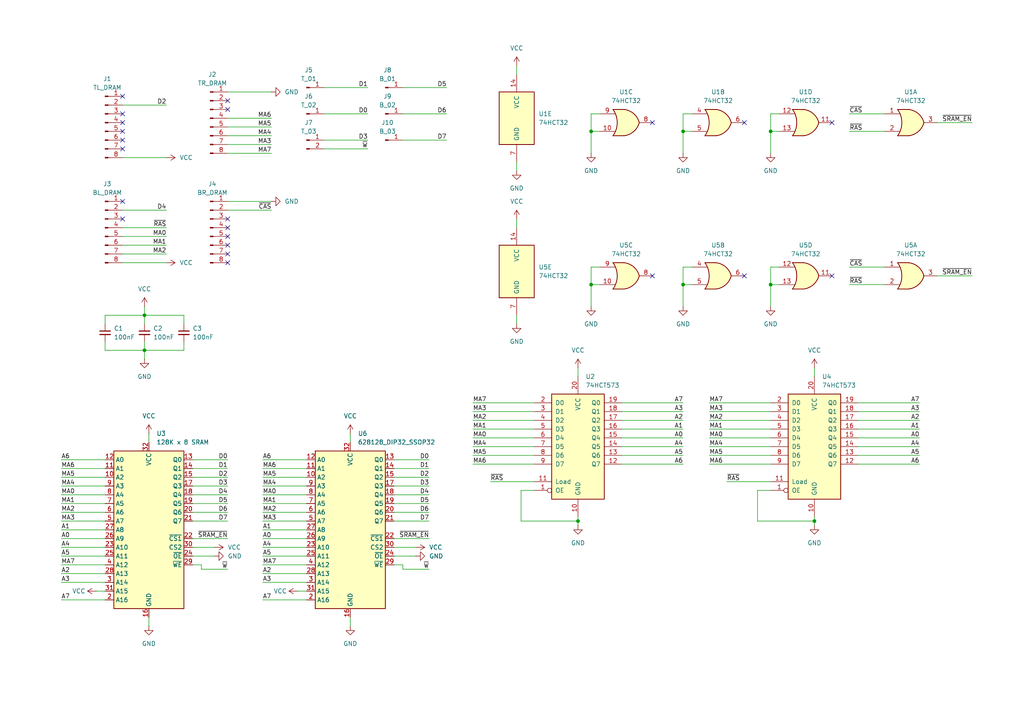
<source format=kicad_sch>
(kicad_sch (version 20231120) (generator "eeschema") (generator_version "8.0")
  (paper "A4")
  (lib_symbols
    (symbol "74xx:74LS32" (pin_names (offset 1.016))
      (property "Reference" "U" (at 0 1.27 0))
      (property "Value" "74LS32" (at 0 -1.27 0))
      (symbol "74LS32_1_1"
        (arc (start -3.81 -3.81) (mid -2.589 0) (end -3.81 3.81) (stroke (width 0.254)))
        (arc (start -0.6096 -3.81) (mid 2.1842 -2.5851) (end 3.81 0) (stroke (width 0.254)) (fill (type background)))
        (polyline (pts (xy -3.81 -3.81) (xy -0.635 -3.81)) (stroke (width 0.254)) (fill (type background)))
        (polyline (pts (xy -3.81 3.81) (xy -0.635 3.81)) (stroke (width 0.254)) (fill (type background)))
        (polyline (pts (xy -0.635 3.81) (xy -3.81 3.81) (xy -3.81 3.81) (xy -3.556 3.4036) (xy -3.0226 2.2606) (xy -2.6924 1.0414) (xy -2.6162 -0.254) (xy -2.7686 -1.4986) (xy -3.175 -2.7178) (xy -3.81 -3.81) (xy -3.81 -3.81) (xy -0.635 -3.81)) (stroke (width -25.4)) (fill (type background)))
        (arc (start 3.81 0) (mid 2.1915 2.5936) (end -0.6096 3.81) (stroke (width 0.254)) (fill (type background)))
        (pin input line (at -7.62 2.54 0) (length 4.318) (name "~") (number "1"))
        (pin input line (at -7.62 -2.54 0) (length 4.318) (name "~") (number "2"))
        (pin output line (at 7.62 0 180) (length 3.81) (name "~") (number "3"))
      )
      (symbol "74LS32_1_2"
        (arc (start 0 -3.81) (mid 3.7934 0) (end 0 3.81) (stroke (width 0.254)) (fill (type background)))
        (polyline (pts (xy 0 3.81) (xy -3.81 3.81) (xy -3.81 -3.81) (xy 0 -3.81)) (stroke (width 0.254)) (fill (type background)))
        (pin input inverted (at -7.62 2.54 0) (length 3.81) (name "~") (number "1"))
        (pin input inverted (at -7.62 -2.54 0) (length 3.81) (name "~") (number "2"))
        (pin output inverted (at 7.62 0 180) (length 3.81) (name "~") (number "3"))
      )
      (symbol "74LS32_2_1"
        (arc (start -3.81 -3.81) (mid -2.589 0) (end -3.81 3.81) (stroke (width 0.254)))
        (arc (start -0.6096 -3.81) (mid 2.1842 -2.5851) (end 3.81 0) (stroke (width 0.254)) (fill (type background)))
        (polyline (pts (xy -3.81 -3.81) (xy -0.635 -3.81)) (stroke (width 0.254)) (fill (type background)))
        (polyline (pts (xy -3.81 3.81) (xy -0.635 3.81)) (stroke (width 0.254)) (fill (type background)))
        (polyline (pts (xy -0.635 3.81) (xy -3.81 3.81) (xy -3.81 3.81) (xy -3.556 3.4036) (xy -3.0226 2.2606) (xy -2.6924 1.0414) (xy -2.6162 -0.254) (xy -2.7686 -1.4986) (xy -3.175 -2.7178) (xy -3.81 -3.81) (xy -3.81 -3.81) (xy -0.635 -3.81)) (stroke (width -25.4)) (fill (type background)))
        (arc (start 3.81 0) (mid 2.1915 2.5936) (end -0.6096 3.81) (stroke (width 0.254)) (fill (type background)))
        (pin input line (at -7.62 2.54 0) (length 4.318) (name "~") (number "4"))
        (pin input line (at -7.62 -2.54 0) (length 4.318) (name "~") (number "5"))
        (pin output line (at 7.62 0 180) (length 3.81) (name "~") (number "6"))
      )
      (symbol "74LS32_2_2"
        (arc (start 0 -3.81) (mid 3.7934 0) (end 0 3.81) (stroke (width 0.254)) (fill (type background)))
        (polyline (pts (xy 0 3.81) (xy -3.81 3.81) (xy -3.81 -3.81) (xy 0 -3.81)) (stroke (width 0.254)) (fill (type background)))
        (pin input inverted (at -7.62 2.54 0) (length 3.81) (name "~") (number "4"))
        (pin input inverted (at -7.62 -2.54 0) (length 3.81) (name "~") (number "5"))
        (pin output inverted (at 7.62 0 180) (length 3.81) (name "~") (number "6"))
      )
      (symbol "74LS32_3_1"
        (arc (start -3.81 -3.81) (mid -2.589 0) (end -3.81 3.81) (stroke (width 0.254)))
        (arc (start -0.6096 -3.81) (mid 2.1842 -2.5851) (end 3.81 0) (stroke (width 0.254)) (fill (type background)))
        (polyline (pts (xy -3.81 -3.81) (xy -0.635 -3.81)) (stroke (width 0.254)) (fill (type background)))
        (polyline (pts (xy -3.81 3.81) (xy -0.635 3.81)) (stroke (width 0.254)) (fill (type background)))
        (polyline (pts (xy -0.635 3.81) (xy -3.81 3.81) (xy -3.81 3.81) (xy -3.556 3.4036) (xy -3.0226 2.2606) (xy -2.6924 1.0414) (xy -2.6162 -0.254) (xy -2.7686 -1.4986) (xy -3.175 -2.7178) (xy -3.81 -3.81) (xy -3.81 -3.81) (xy -0.635 -3.81)) (stroke (width -25.4)) (fill (type background)))
        (arc (start 3.81 0) (mid 2.1915 2.5936) (end -0.6096 3.81) (stroke (width 0.254)) (fill (type background)))
        (pin input line (at -7.62 -2.54 0) (length 4.318) (name "~") (number "10"))
        (pin output line (at 7.62 0 180) (length 3.81) (name "~") (number "8"))
        (pin input line (at -7.62 2.54 0) (length 4.318) (name "~") (number "9"))
      )
      (symbol "74LS32_3_2"
        (arc (start 0 -3.81) (mid 3.7934 0) (end 0 3.81) (stroke (width 0.254)) (fill (type background)))
        (polyline (pts (xy 0 3.81) (xy -3.81 3.81) (xy -3.81 -3.81) (xy 0 -3.81)) (stroke (width 0.254)) (fill (type background)))
        (pin input inverted (at -7.62 -2.54 0) (length 3.81) (name "~") (number "10"))
        (pin output inverted (at 7.62 0 180) (length 3.81) (name "~") (number "8"))
        (pin input inverted (at -7.62 2.54 0) (length 3.81) (name "~") (number "9"))
      )
      (symbol "74LS32_4_1"
        (arc (start -3.81 -3.81) (mid -2.589 0) (end -3.81 3.81) (stroke (width 0.254)))
        (arc (start -0.6096 -3.81) (mid 2.1842 -2.5851) (end 3.81 0) (stroke (width 0.254)) (fill (type background)))
        (polyline (pts (xy -3.81 -3.81) (xy -0.635 -3.81)) (stroke (width 0.254)) (fill (type background)))
        (polyline (pts (xy -3.81 3.81) (xy -0.635 3.81)) (stroke (width 0.254)) (fill (type background)))
        (polyline (pts (xy -0.635 3.81) (xy -3.81 3.81) (xy -3.81 3.81) (xy -3.556 3.4036) (xy -3.0226 2.2606) (xy -2.6924 1.0414) (xy -2.6162 -0.254) (xy -2.7686 -1.4986) (xy -3.175 -2.7178) (xy -3.81 -3.81) (xy -3.81 -3.81) (xy -0.635 -3.81)) (stroke (width -25.4)) (fill (type background)))
        (arc (start 3.81 0) (mid 2.1915 2.5936) (end -0.6096 3.81) (stroke (width 0.254)) (fill (type background)))
        (pin output line (at 7.62 0 180) (length 3.81) (name "~") (number "11"))
        (pin input line (at -7.62 2.54 0) (length 4.318) (name "~") (number "12"))
        (pin input line (at -7.62 -2.54 0) (length 4.318) (name "~") (number "13"))
      )
      (symbol "74LS32_4_2"
        (arc (start 0 -3.81) (mid 3.7934 0) (end 0 3.81) (stroke (width 0.254)) (fill (type background)))
        (polyline (pts (xy 0 3.81) (xy -3.81 3.81) (xy -3.81 -3.81) (xy 0 -3.81)) (stroke (width 0.254)) (fill (type background)))
        (pin output inverted (at 7.62 0 180) (length 3.81) (name "~") (number "11"))
        (pin input inverted (at -7.62 2.54 0) (length 3.81) (name "~") (number "12"))
        (pin input inverted (at -7.62 -2.54 0) (length 3.81) (name "~") (number "13"))
      )
      (symbol "74LS32_5_0"
        (pin power_in line (at 0 12.7 270) (length 5.08) (name "VCC") (number "14"))
        (pin power_in line (at 0 -12.7 90) (length 5.08) (name "GND") (number "7"))
      )
      (symbol "74LS32_5_1"
        (rectangle (start -5.08 7.62) (end 5.08 -7.62) (stroke (width 0.254)) (fill (type background)))
      )
    )
    (symbol "74xx:74LS573" (pin_names (offset 1.016))
      (property "Reference" "U" (at -7.62 16.51 0))
      (property "Value" "74LS573" (at -7.62 -16.51 0))
      (symbol "74LS573_1_0"
        (pin input inverted (at -12.7 -12.7 0) (length 5.08) (name "OE") (number "1"))
        (pin power_in line (at 0 -20.32 90) (length 5.08) (name "GND") (number "10"))
        (pin input line (at -12.7 -10.16 0) (length 5.08) (name "Load") (number "11"))
        (pin tri_state line (at 12.7 -5.08 180) (length 5.08) (name "Q7") (number "12"))
        (pin tri_state line (at 12.7 -2.54 180) (length 5.08) (name "Q6") (number "13"))
        (pin tri_state line (at 12.7 0 180) (length 5.08) (name "Q5") (number "14"))
        (pin tri_state line (at 12.7 2.54 180) (length 5.08) (name "Q4") (number "15"))
        (pin tri_state line (at 12.7 5.08 180) (length 5.08) (name "Q3") (number "16"))
        (pin tri_state line (at 12.7 7.62 180) (length 5.08) (name "Q2") (number "17"))
        (pin tri_state line (at 12.7 10.16 180) (length 5.08) (name "Q1") (number "18"))
        (pin tri_state line (at 12.7 12.7 180) (length 5.08) (name "Q0") (number "19"))
        (pin input line (at -12.7 12.7 0) (length 5.08) (name "D0") (number "2"))
        (pin power_in line (at 0 20.32 270) (length 5.08) (name "VCC") (number "20"))
        (pin input line (at -12.7 10.16 0) (length 5.08) (name "D1") (number "3"))
        (pin input line (at -12.7 7.62 0) (length 5.08) (name "D2") (number "4"))
        (pin input line (at -12.7 5.08 0) (length 5.08) (name "D3") (number "5"))
        (pin input line (at -12.7 2.54 0) (length 5.08) (name "D4") (number "6"))
        (pin input line (at -12.7 0 0) (length 5.08) (name "D5") (number "7"))
        (pin input line (at -12.7 -2.54 0) (length 5.08) (name "D6") (number "8"))
        (pin input line (at -12.7 -5.08 0) (length 5.08) (name "D7") (number "9"))
      )
      (symbol "74LS573_1_1"
        (rectangle (start -7.62 15.24) (end 7.62 -15.24) (stroke (width 0.254)) (fill (type background)))
      )
    )
    (symbol "Connector:Conn_01x01_Pin" (pin_names (offset 1.016) hide)
      (property "Reference" "J" (at 0 2.54 0))
      (property "Value" "Conn_01x01_Pin" (at 0 -2.54 0))
      (symbol "Conn_01x01_Pin_1_1"
        (polyline (pts (xy 1.27 0) (xy 0.8636 0)) (stroke (width 0.1524)))
        (rectangle (start 0.8636 0.127) (end 0 -0.127) (stroke (width 0.1524)) (fill (type outline)))
        (pin passive line (at 5.08 0 180) (length 3.81) (name "Pin_1") (number "1"))
      )
    )
    (symbol "Connector:Conn_01x02_Pin" (pin_names (offset 1.016) hide)
      (property "Reference" "J" (at 0 2.54 0))
      (property "Value" "Conn_01x02_Pin" (at 0 -5.08 0))
      (symbol "Conn_01x02_Pin_1_1"
        (polyline (pts (xy 1.27 -2.54) (xy 0.8636 -2.54)) (stroke (width 0.1524)))
        (polyline (pts (xy 1.27 0) (xy 0.8636 0)) (stroke (width 0.1524)))
        (rectangle (start 0.8636 -2.413) (end 0 -2.667) (stroke (width 0.1524)) (fill (type outline)))
        (rectangle (start 0.8636 0.127) (end 0 -0.127) (stroke (width 0.1524)) (fill (type outline)))
        (pin passive line (at 5.08 0 180) (length 3.81) (name "Pin_1") (number "1"))
        (pin passive line (at 5.08 -2.54 180) (length 3.81) (name "Pin_2") (number "2"))
      )
    )
    (symbol "Connector:Conn_01x08_Pin" (pin_names (offset 1.016) hide)
      (property "Reference" "J" (at 0 10.16 0))
      (property "Value" "Conn_01x08_Pin" (at 0 -12.7 0))
      (symbol "Conn_01x08_Pin_1_1"
        (polyline (pts (xy 1.27 -10.16) (xy 0.8636 -10.16)) (stroke (width 0.1524)))
        (polyline (pts (xy 1.27 -7.62) (xy 0.8636 -7.62)) (stroke (width 0.1524)))
        (polyline (pts (xy 1.27 -5.08) (xy 0.8636 -5.08)) (stroke (width 0.1524)))
        (polyline (pts (xy 1.27 -2.54) (xy 0.8636 -2.54)) (stroke (width 0.1524)))
        (polyline (pts (xy 1.27 0) (xy 0.8636 0)) (stroke (width 0.1524)))
        (polyline (pts (xy 1.27 2.54) (xy 0.8636 2.54)) (stroke (width 0.1524)))
        (polyline (pts (xy 1.27 5.08) (xy 0.8636 5.08)) (stroke (width 0.1524)))
        (polyline (pts (xy 1.27 7.62) (xy 0.8636 7.62)) (stroke (width 0.1524)))
        (rectangle (start 0.8636 -10.033) (end 0 -10.287) (stroke (width 0.1524)) (fill (type outline)))
        (rectangle (start 0.8636 -7.493) (end 0 -7.747) (stroke (width 0.1524)) (fill (type outline)))
        (rectangle (start 0.8636 -4.953) (end 0 -5.207) (stroke (width 0.1524)) (fill (type outline)))
        (rectangle (start 0.8636 -2.413) (end 0 -2.667) (stroke (width 0.1524)) (fill (type outline)))
        (rectangle (start 0.8636 0.127) (end 0 -0.127) (stroke (width 0.1524)) (fill (type outline)))
        (rectangle (start 0.8636 2.667) (end 0 2.413) (stroke (width 0.1524)) (fill (type outline)))
        (rectangle (start 0.8636 5.207) (end 0 4.953) (stroke (width 0.1524)) (fill (type outline)))
        (rectangle (start 0.8636 7.747) (end 0 7.493) (stroke (width 0.1524)) (fill (type outline)))
        (pin passive line (at 5.08 7.62 180) (length 3.81) (name "Pin_1") (number "1"))
        (pin passive line (at 5.08 5.08 180) (length 3.81) (name "Pin_2") (number "2"))
        (pin passive line (at 5.08 2.54 180) (length 3.81) (name "Pin_3") (number "3"))
        (pin passive line (at 5.08 0 180) (length 3.81) (name "Pin_4") (number "4"))
        (pin passive line (at 5.08 -2.54 180) (length 3.81) (name "Pin_5") (number "5"))
        (pin passive line (at 5.08 -5.08 180) (length 3.81) (name "Pin_6") (number "6"))
        (pin passive line (at 5.08 -7.62 180) (length 3.81) (name "Pin_7") (number "7"))
        (pin passive line (at 5.08 -10.16 180) (length 3.81) (name "Pin_8") (number "8"))
      )
    )
    (symbol "Device:C_Small" (pin_numbers hide) (pin_names (offset 0.254) hide)
      (property "Reference" "C" (at 0.254 1.778 0))
      (property "Value" "C_Small" (at 0.254 -2.032 0))
      (symbol "C_Small_0_1"
        (polyline (pts (xy -1.524 -0.508) (xy 1.524 -0.508)) (stroke (width 0.3302)))
        (polyline (pts (xy -1.524 0.508) (xy 1.524 0.508)) (stroke (width 0.3048)))
      )
      (symbol "C_Small_1_1"
        (pin passive line (at 0 2.54 270) (length 2.032) (name "~") (number "1"))
        (pin passive line (at 0 -2.54 90) (length 2.032) (name "~") (number "2"))
      )
    )
    (symbol "Memory_RAM:628128_DIP32_SSOP32"
      (property "Reference" "U" (at -10.16 23.495 0))
      (property "Value" "628128_DIP32_SSOP32" (at 2.54 23.495 0))
      (symbol "628128_DIP32_SSOP32_0_0"
        (pin power_in line (at 0 -25.4 90) (length 2.54) (name "GND") (number "16"))
        (pin power_in line (at 0 25.4 270) (length 2.54) (name "VCC") (number "32"))
      )
      (symbol "628128_DIP32_SSOP32_0_1"
        (rectangle (start -10.16 22.86) (end 10.16 -22.86) (stroke (width 0.254)) (fill (type background)))
      )
      (symbol "628128_DIP32_SSOP32_1_1"
        (pin no_connect line (at 10.16 -20.32 180) (length 2.54) hide (name "NC") (number "1"))
        (pin input line (at -12.7 15.24 0) (length 2.54) (name "A2") (number "10"))
        (pin input line (at -12.7 17.78 0) (length 2.54) (name "A1") (number "11"))
        (pin input line (at -12.7 20.32 0) (length 2.54) (name "A0") (number "12"))
        (pin tri_state line (at 12.7 20.32 180) (length 2.54) (name "Q0") (number "13"))
        (pin tri_state line (at 12.7 17.78 180) (length 2.54) (name "Q1") (number "14"))
        (pin tri_state line (at 12.7 15.24 180) (length 2.54) (name "Q2") (number "15"))
        (pin tri_state line (at 12.7 12.7 180) (length 2.54) (name "Q3") (number "17"))
        (pin tri_state line (at 12.7 10.16 180) (length 2.54) (name "Q4") (number "18"))
        (pin tri_state line (at 12.7 7.62 180) (length 2.54) (name "Q5") (number "19"))
        (pin input line (at -12.7 -20.32 0) (length 2.54) (name "A16") (number "2"))
        (pin tri_state line (at 12.7 5.08 180) (length 2.54) (name "Q6") (number "20"))
        (pin tri_state line (at 12.7 2.54 180) (length 2.54) (name "Q7") (number "21"))
        (pin input line (at 12.7 -2.54 180) (length 2.54) (name "~{CS1}") (number "22"))
        (pin input line (at -12.7 -5.08 0) (length 2.54) (name "A10") (number "23"))
        (pin input line (at 12.7 -7.62 180) (length 2.54) (name "~{OE}") (number "24"))
        (pin input line (at -12.7 -7.62 0) (length 2.54) (name "A11") (number "25"))
        (pin input line (at -12.7 -2.54 0) (length 2.54) (name "A9") (number "26"))
        (pin input line (at -12.7 0 0) (length 2.54) (name "A8") (number "27"))
        (pin input line (at -12.7 -12.7 0) (length 2.54) (name "A13") (number "28"))
        (pin input line (at 12.7 -10.16 180) (length 2.54) (name "~{WE}") (number "29"))
        (pin input line (at -12.7 -15.24 0) (length 2.54) (name "A14") (number "3"))
        (pin input line (at 12.7 -5.08 180) (length 2.54) (name "CS2") (number "30"))
        (pin input line (at -12.7 -17.78 0) (length 2.54) (name "A15") (number "31"))
        (pin input line (at -12.7 -10.16 0) (length 2.54) (name "A12") (number "4"))
        (pin input line (at -12.7 2.54 0) (length 2.54) (name "A7") (number "5"))
        (pin input line (at -12.7 5.08 0) (length 2.54) (name "A6") (number "6"))
        (pin input line (at -12.7 7.62 0) (length 2.54) (name "A5") (number "7"))
        (pin input line (at -12.7 10.16 0) (length 2.54) (name "A4") (number "8"))
        (pin input line (at -12.7 12.7 0) (length 2.54) (name "A3") (number "9"))
      )
    )
    (symbol "power:GND" (power) (pin_numbers hide) (pin_names (offset 0) hide)
      (property "Value" "GND" (at 0 -3.81 0))
      (symbol "GND_0_1"
        (polyline (pts (xy 0 0) (xy 0 -1.27) (xy 1.27 -1.27) (xy 0 -2.54) (xy -1.27 -1.27) (xy 0 -1.27)))
      )
      (symbol "GND_1_1"
        (pin power_in line (at 0 0 270) (length 0) (name "~") (number "1"))
      )
    )
    (symbol "power:VCC" (power) (pin_numbers hide) (pin_names (offset 0) hide)
      (property "Value" "VCC" (at 0 3.556 0))
      (symbol "VCC_0_1"
        (polyline (pts (xy -0.762 1.27) (xy 0 2.54)))
        (polyline (pts (xy 0 0) (xy 0 2.54)))
        (polyline (pts (xy 0 2.54) (xy 0.762 1.27)))
      )
      (symbol "VCC_1_1"
        (pin power_in line (at 0 0 90) (length 0) (name "~") (number "1"))
      )
    )
  )
  (junction (at 167.64 151.13))
  (junction (at 223.52 38.1))
  (junction (at 198.12 82.55))
  (junction (at 41.91 101.6))
  (junction (at 171.45 82.55))
  (junction (at 198.12 38.1))
  (junction (at 171.45 38.1))
  (junction (at 41.91 91.44))
  (junction (at 223.52 82.55))
  (junction (at 236.22 151.13))
  (no_connect (at 66.04 31.75))
  (no_connect (at 241.3 80.01))
  (no_connect (at 35.56 27.94))
  (no_connect (at 35.56 63.5))
  (no_connect (at 215.9 35.56))
  (no_connect (at 66.04 63.5))
  (no_connect (at 35.56 43.18))
  (no_connect (at 66.04 73.66))
  (no_connect (at 189.23 35.56))
  (no_connect (at 66.04 66.04))
  (no_connect (at 66.04 29.21))
  (no_connect (at 66.04 71.12))
  (no_connect (at 35.56 38.1))
  (no_connect (at 215.9 80.01))
  (no_connect (at 241.3 35.56))
  (no_connect (at 189.23 80.01))
  (no_connect (at 66.04 76.2))
  (no_connect (at 66.04 68.58))
  (no_connect (at 35.56 40.64))
  (no_connect (at 35.56 35.56))
  (no_connect (at 35.56 58.42))
  (no_connect (at 35.56 33.02))
  (wire (pts (xy 27.94 171.45) (xy 30.48 171.45)))
  (wire (pts (xy 66.04 34.29) (xy 78.74 34.29)))
  (wire (pts (xy 76.2 153.67) (xy 88.9 153.67)))
  (wire (pts (xy 114.3 140.97) (xy 124.46 140.97)))
  (wire (pts (xy 101.6 179.07) (xy 101.6 181.61)))
  (wire (pts (xy 114.3 135.89) (xy 124.46 135.89)))
  (wire (pts (xy 167.64 149.86) (xy 167.64 151.13)))
  (wire (pts (xy 93.98 33.02) (xy 106.68 33.02)))
  (wire (pts (xy 114.3 161.29) (xy 120.65 161.29)))
  (wire (pts (xy 137.16 129.54) (xy 154.94 129.54)))
  (wire (pts (xy 41.91 88.9) (xy 41.91 91.44)))
  (wire (pts (xy 41.91 91.44) (xy 53.34 91.44)))
  (wire (pts (xy 35.56 60.96) (xy 48.26 60.96)))
  (wire (pts (xy 116.84 165.1) (xy 124.46 165.1)))
  (wire (pts (xy 17.78 133.35) (xy 30.48 133.35)))
  (wire (pts (xy 248.92 132.08) (xy 266.7 132.08)))
  (wire (pts (xy 76.2 173.99) (xy 88.9 173.99)))
  (wire (pts (xy 223.52 33.02) (xy 226.06 33.02)))
  (wire (pts (xy 76.2 166.37) (xy 88.9 166.37)))
  (wire (pts (xy 30.48 93.98) (xy 30.48 91.44)))
  (wire (pts (xy 17.78 146.05) (xy 30.48 146.05)))
  (wire (pts (xy 223.52 139.7) (xy 210.82 139.7)))
  (wire (pts (xy 223.52 88.9) (xy 223.52 82.55)))
  (wire (pts (xy 271.78 80.01) (xy 281.94 80.01)))
  (wire (pts (xy 76.2 133.35) (xy 88.9 133.35)))
  (wire (pts (xy 41.91 101.6) (xy 41.91 104.14)))
  (wire (pts (xy 17.78 138.43) (xy 30.48 138.43)))
  (wire (pts (xy 114.3 143.51) (xy 124.46 143.51)))
  (wire (pts (xy 151.13 142.24) (xy 154.94 142.24)))
  (wire (pts (xy 236.22 151.13) (xy 236.22 152.4)))
  (wire (pts (xy 114.3 148.59) (xy 124.46 148.59)))
  (wire (pts (xy 248.92 121.92) (xy 266.7 121.92)))
  (wire (pts (xy 116.84 33.02) (xy 129.54 33.02)))
  (wire (pts (xy 171.45 82.55) (xy 173.99 82.55)))
  (wire (pts (xy 76.2 151.13) (xy 88.9 151.13)))
  (wire (pts (xy 76.2 163.83) (xy 88.9 163.83)))
  (wire (pts (xy 271.78 35.56) (xy 281.94 35.56)))
  (wire (pts (xy 17.78 140.97) (xy 30.48 140.97)))
  (wire (pts (xy 35.56 71.12) (xy 48.26 71.12)))
  (wire (pts (xy 43.18 125.73) (xy 43.18 128.27)))
  (wire (pts (xy 236.22 106.68) (xy 236.22 109.22)))
  (wire (pts (xy 53.34 91.44) (xy 53.34 93.98)))
  (wire (pts (xy 55.88 161.29) (xy 62.23 161.29)))
  (wire (pts (xy 205.74 127) (xy 223.52 127)))
  (wire (pts (xy 35.56 73.66) (xy 48.26 73.66)))
  (wire (pts (xy 114.3 151.13) (xy 124.46 151.13)))
  (wire (pts (xy 137.16 134.62) (xy 154.94 134.62)))
  (wire (pts (xy 246.38 38.1) (xy 256.54 38.1)))
  (wire (pts (xy 66.04 60.96) (xy 78.74 60.96)))
  (wire (pts (xy 248.92 119.38) (xy 266.7 119.38)))
  (wire (pts (xy 35.56 68.58) (xy 48.26 68.58)))
  (wire (pts (xy 167.64 106.68) (xy 167.64 109.22)))
  (wire (pts (xy 17.78 135.89) (xy 30.48 135.89)))
  (wire (pts (xy 171.45 38.1) (xy 171.45 33.02)))
  (wire (pts (xy 149.86 91.44) (xy 149.86 93.98)))
  (wire (pts (xy 198.12 77.47) (xy 200.66 77.47)))
  (wire (pts (xy 198.12 38.1) (xy 198.12 33.02)))
  (wire (pts (xy 149.86 63.5) (xy 149.86 66.04)))
  (wire (pts (xy 76.2 158.75) (xy 88.9 158.75)))
  (wire (pts (xy 76.2 146.05) (xy 88.9 146.05)))
  (wire (pts (xy 30.48 99.06) (xy 30.48 101.6)))
  (wire (pts (xy 41.91 99.06) (xy 41.91 101.6)))
  (wire (pts (xy 198.12 88.9) (xy 198.12 82.55)))
  (wire (pts (xy 180.34 129.54) (xy 198.12 129.54)))
  (wire (pts (xy 167.64 151.13) (xy 167.64 152.4)))
  (wire (pts (xy 248.92 124.46) (xy 266.7 124.46)))
  (wire (pts (xy 223.52 44.45) (xy 223.52 38.1)))
  (wire (pts (xy 180.34 121.92) (xy 198.12 121.92)))
  (wire (pts (xy 66.04 26.67) (xy 78.74 26.67)))
  (wire (pts (xy 66.04 58.42) (xy 78.74 58.42)))
  (wire (pts (xy 198.12 38.1) (xy 200.66 38.1)))
  (wire (pts (xy 236.22 149.86) (xy 236.22 151.13)))
  (wire (pts (xy 151.13 151.13) (xy 151.13 142.24)))
  (wire (pts (xy 58.42 163.83) (xy 58.42 165.1)))
  (wire (pts (xy 116.84 163.83) (xy 116.84 165.1)))
  (wire (pts (xy 35.56 45.72) (xy 48.26 45.72)))
  (wire (pts (xy 114.3 158.75) (xy 120.65 158.75)))
  (wire (pts (xy 137.16 119.38) (xy 154.94 119.38)))
  (wire (pts (xy 35.56 66.04) (xy 48.26 66.04)))
  (wire (pts (xy 223.52 38.1) (xy 223.52 33.02)))
  (wire (pts (xy 17.78 153.67) (xy 30.48 153.67)))
  (wire (pts (xy 35.56 76.2) (xy 48.26 76.2)))
  (wire (pts (xy 137.16 124.46) (xy 154.94 124.46)))
  (wire (pts (xy 116.84 40.64) (xy 129.54 40.64)))
  (wire (pts (xy 205.74 121.92) (xy 223.52 121.92)))
  (wire (pts (xy 17.78 148.59) (xy 30.48 148.59)))
  (wire (pts (xy 180.34 132.08) (xy 198.12 132.08)))
  (wire (pts (xy 248.92 129.54) (xy 266.7 129.54)))
  (wire (pts (xy 17.78 173.99) (xy 30.48 173.99)))
  (wire (pts (xy 53.34 101.6) (xy 53.34 99.06)))
  (wire (pts (xy 17.78 168.91) (xy 30.48 168.91)))
  (wire (pts (xy 198.12 33.02) (xy 200.66 33.02)))
  (wire (pts (xy 66.04 39.37) (xy 78.74 39.37)))
  (wire (pts (xy 114.3 133.35) (xy 124.46 133.35)))
  (wire (pts (xy 17.78 161.29) (xy 30.48 161.29)))
  (wire (pts (xy 219.71 151.13) (xy 219.71 142.24)))
  (wire (pts (xy 223.52 77.47) (xy 226.06 77.47)))
  (wire (pts (xy 171.45 44.45) (xy 171.45 38.1)))
  (wire (pts (xy 93.98 43.18) (xy 106.68 43.18)))
  (wire (pts (xy 137.16 132.08) (xy 154.94 132.08)))
  (wire (pts (xy 180.34 134.62) (xy 198.12 134.62)))
  (wire (pts (xy 248.92 127) (xy 266.7 127)))
  (wire (pts (xy 93.98 25.4) (xy 106.68 25.4)))
  (wire (pts (xy 93.98 40.64) (xy 106.68 40.64)))
  (wire (pts (xy 114.3 163.83) (xy 116.84 163.83)))
  (wire (pts (xy 17.78 158.75) (xy 30.48 158.75)))
  (wire (pts (xy 246.38 77.47) (xy 256.54 77.47)))
  (wire (pts (xy 55.88 156.21) (xy 66.04 156.21)))
  (wire (pts (xy 66.04 36.83) (xy 78.74 36.83)))
  (wire (pts (xy 223.52 82.55) (xy 226.06 82.55)))
  (wire (pts (xy 205.74 124.46) (xy 223.52 124.46)))
  (wire (pts (xy 17.78 156.21) (xy 30.48 156.21)))
  (wire (pts (xy 223.52 38.1) (xy 226.06 38.1)))
  (wire (pts (xy 17.78 151.13) (xy 30.48 151.13)))
  (wire (pts (xy 55.88 138.43) (xy 66.04 138.43)))
  (wire (pts (xy 17.78 143.51) (xy 30.48 143.51)))
  (wire (pts (xy 55.88 133.35) (xy 66.04 133.35)))
  (wire (pts (xy 55.88 140.97) (xy 66.04 140.97)))
  (wire (pts (xy 219.71 151.13) (xy 236.22 151.13)))
  (wire (pts (xy 246.38 82.55) (xy 256.54 82.55)))
  (wire (pts (xy 76.2 148.59) (xy 88.9 148.59)))
  (wire (pts (xy 246.38 33.02) (xy 256.54 33.02)))
  (wire (pts (xy 58.42 165.1) (xy 66.04 165.1)))
  (wire (pts (xy 55.88 143.51) (xy 66.04 143.51)))
  (wire (pts (xy 171.45 88.9) (xy 171.45 82.55)))
  (wire (pts (xy 43.18 179.07) (xy 43.18 181.61)))
  (wire (pts (xy 171.45 38.1) (xy 173.99 38.1)))
  (wire (pts (xy 55.88 158.75) (xy 62.23 158.75)))
  (wire (pts (xy 41.91 101.6) (xy 53.34 101.6)))
  (wire (pts (xy 223.52 82.55) (xy 223.52 77.47)))
  (wire (pts (xy 180.34 124.46) (xy 198.12 124.46)))
  (wire (pts (xy 198.12 82.55) (xy 198.12 77.47)))
  (wire (pts (xy 55.88 135.89) (xy 66.04 135.89)))
  (wire (pts (xy 151.13 151.13) (xy 167.64 151.13)))
  (wire (pts (xy 66.04 41.91) (xy 78.74 41.91)))
  (wire (pts (xy 55.88 151.13) (xy 66.04 151.13)))
  (wire (pts (xy 180.34 127) (xy 198.12 127)))
  (wire (pts (xy 76.2 135.89) (xy 88.9 135.89)))
  (wire (pts (xy 76.2 140.97) (xy 88.9 140.97)))
  (wire (pts (xy 41.91 91.44) (xy 41.91 93.98)))
  (wire (pts (xy 248.92 134.62) (xy 266.7 134.62)))
  (wire (pts (xy 76.2 156.21) (xy 88.9 156.21)))
  (wire (pts (xy 116.84 25.4) (xy 129.54 25.4)))
  (wire (pts (xy 180.34 116.84) (xy 198.12 116.84)))
  (wire (pts (xy 55.88 163.83) (xy 58.42 163.83)))
  (wire (pts (xy 17.78 163.83) (xy 30.48 163.83)))
  (wire (pts (xy 171.45 33.02) (xy 173.99 33.02)))
  (wire (pts (xy 149.86 46.99) (xy 149.86 49.53)))
  (wire (pts (xy 17.78 166.37) (xy 30.48 166.37)))
  (wire (pts (xy 137.16 121.92) (xy 154.94 121.92)))
  (wire (pts (xy 114.3 146.05) (xy 124.46 146.05)))
  (wire (pts (xy 114.3 138.43) (xy 124.46 138.43)))
  (wire (pts (xy 66.04 44.45) (xy 78.74 44.45)))
  (wire (pts (xy 205.74 132.08) (xy 223.52 132.08)))
  (wire (pts (xy 86.36 171.45) (xy 88.9 171.45)))
  (wire (pts (xy 180.34 119.38) (xy 198.12 119.38)))
  (wire (pts (xy 30.48 91.44) (xy 41.91 91.44)))
  (wire (pts (xy 76.2 161.29) (xy 88.9 161.29)))
  (wire (pts (xy 154.94 139.7) (xy 142.24 139.7)))
  (wire (pts (xy 55.88 146.05) (xy 66.04 146.05)))
  (wire (pts (xy 76.2 138.43) (xy 88.9 138.43)))
  (wire (pts (xy 219.71 142.24) (xy 223.52 142.24)))
  (wire (pts (xy 30.48 101.6) (xy 41.91 101.6)))
  (wire (pts (xy 76.2 143.51) (xy 88.9 143.51)))
  (wire (pts (xy 205.74 119.38) (xy 223.52 119.38)))
  (wire (pts (xy 171.45 77.47) (xy 173.99 77.47)))
  (wire (pts (xy 101.6 125.73) (xy 101.6 128.27)))
  (wire (pts (xy 198.12 82.55) (xy 200.66 82.55)))
  (wire (pts (xy 137.16 127) (xy 154.94 127)))
  (wire (pts (xy 205.74 134.62) (xy 223.52 134.62)))
  (wire (pts (xy 137.16 116.84) (xy 154.94 116.84)))
  (wire (pts (xy 171.45 82.55) (xy 171.45 77.47)))
  (wire (pts (xy 149.86 19.05) (xy 149.86 21.59)))
  (wire (pts (xy 55.88 148.59) (xy 66.04 148.59)))
  (wire (pts (xy 205.74 129.54) (xy 223.52 129.54)))
  (wire (pts (xy 35.56 30.48) (xy 48.26 30.48)))
  (wire (pts (xy 248.92 116.84) (xy 266.7 116.84)))
  (wire (pts (xy 198.12 44.45) (xy 198.12 38.1)))
  (wire (pts (xy 114.3 156.21) (xy 124.46 156.21)))
  (wire (pts (xy 205.74 116.84) (xy 223.52 116.84)))
  (wire (pts (xy 76.2 168.91) (xy 88.9 168.91)))
  (label "MA6" (at 17.78 135.89 0))
  (label "A7" (at 198.12 116.84 180))
  (label "MA2" (at 205.74 121.92 0))
  (label "D5" (at 129.54 25.4 180))
  (label "A1" (at 266.7 124.46 180))
  (label "D5" (at 124.46 146.05 180))
  (label "D4" (at 48.26 60.96 180))
  (label "~{RAS}" (at 142.24 139.7 0))
  (label "MA3" (at 78.74 41.91 180))
  (label "D2" (at 48.26 30.48 180))
  (label "MA2" (at 48.26 73.66 180))
  (label "MA7" (at 205.74 116.84 0))
  (label "D0" (at 66.04 133.35 180))
  (label "A1" (at 76.2 153.67 0))
  (label "D1" (at 66.04 135.89 180))
  (label "MA7" (at 78.74 44.45 180))
  (label "A3" (at 198.12 119.38 180))
  (label "D7" (at 129.54 40.64 180))
  (label "A0" (at 266.7 127 180))
  (label "MA3" (at 17.78 151.13 0))
  (label "A7" (at 266.7 116.84 180))
  (label "A4" (at 17.78 158.75 0))
  (label "A1" (at 17.78 153.67 0))
  (label "D2" (at 66.04 138.43 180))
  (label "MA2" (at 76.2 148.59 0))
  (label "~{RAS}" (at 210.82 139.7 0))
  (label "A6" (at 198.12 134.62 180))
  (label "A2" (at 266.7 121.92 180))
  (label "MA4" (at 137.16 129.54 0))
  (label "D5" (at 66.04 146.05 180))
  (label "D3" (at 106.68 40.64 180))
  (label "MA0" (at 137.16 127 0))
  (label "D0" (at 124.46 133.35 180))
  (label "D6" (at 129.54 33.02 180))
  (label "MA7" (at 137.16 116.84 0))
  (label "A0" (at 198.12 127 180))
  (label "A7" (at 17.78 173.99 0))
  (label "MA6" (at 78.74 34.29 180))
  (label "D7" (at 124.46 151.13 180))
  (label "MA5" (at 137.16 132.08 0))
  (label "MA3" (at 205.74 119.38 0))
  (label "A4" (at 76.2 158.75 0))
  (label "D3" (at 124.46 140.97 180))
  (label "~{CAS}" (at 246.38 77.47 0))
  (label "~{W}" (at 124.46 165.1 180))
  (label "A1" (at 198.12 124.46 180))
  (label "A0" (at 17.78 156.21 0))
  (label "A6" (at 17.78 133.35 0))
  (label "D1" (at 124.46 135.89 180))
  (label "MA6" (at 76.2 135.89 0))
  (label "MA1" (at 137.16 124.46 0))
  (label "MA2" (at 137.16 121.92 0))
  (label "~{RAS}" (at 246.38 38.1 0))
  (label "A2" (at 17.78 166.37 0))
  (label "D6" (at 124.46 148.59 180))
  (label "MA0" (at 17.78 143.51 0))
  (label "MA2" (at 17.78 148.59 0))
  (label "MA3" (at 76.2 151.13 0))
  (label "D1" (at 106.68 25.4 180))
  (label "A7" (at 76.2 173.99 0))
  (label "MA1" (at 76.2 146.05 0))
  (label "A0" (at 76.2 156.21 0))
  (label "A3" (at 17.78 168.91 0))
  (label "MA6" (at 205.74 134.62 0))
  (label "MA5" (at 76.2 138.43 0))
  (label "D2" (at 124.46 138.43 180))
  (label "A5" (at 198.12 132.08 180))
  (label "MA1" (at 48.26 71.12 180))
  (label "A2" (at 198.12 121.92 180))
  (label "A2" (at 76.2 166.37 0))
  (label "MA1" (at 17.78 146.05 0))
  (label "MA5" (at 17.78 138.43 0))
  (label "MA0" (at 205.74 127 0))
  (label "~{CAS}" (at 246.38 33.02 0))
  (label "MA0" (at 76.2 143.51 0))
  (label "~{SRAM_EN}" (at 281.94 35.56 180))
  (label "MA5" (at 205.74 132.08 0))
  (label "A5" (at 17.78 161.29 0))
  (label "~{W}" (at 66.04 165.1 180))
  (label "A5" (at 266.7 132.08 180))
  (label "D6" (at 66.04 148.59 180))
  (label "MA1" (at 205.74 124.46 0))
  (label "~{CAS}" (at 78.74 60.96 180))
  (label "~{SRAM_EN}" (at 281.94 80.01 180))
  (label "D4" (at 66.04 143.51 180))
  (label "A6" (at 76.2 133.35 0))
  (label "MA0" (at 48.26 68.58 180))
  (label "A4" (at 198.12 129.54 180))
  (label "MA7" (at 17.78 163.83 0))
  (label "MA4" (at 205.74 129.54 0))
  (label "D4" (at 124.46 143.51 180))
  (label "A5" (at 76.2 161.29 0))
  (label "~{RAS}" (at 246.38 82.55 0))
  (label "A4" (at 266.7 129.54 180))
  (label "MA5" (at 78.74 36.83 180))
  (label "MA3" (at 137.16 119.38 0))
  (label "A3" (at 76.2 168.91 0))
  (label "D0" (at 106.68 33.02 180))
  (label "MA4" (at 17.78 140.97 0))
  (label "D7" (at 66.04 151.13 180))
  (label "MA6" (at 137.16 134.62 0))
  (label "MA7" (at 76.2 163.83 0))
  (label "D3" (at 66.04 140.97 180))
  (label "MA4" (at 76.2 140.97 0))
  (label "~{SRAM_EN}" (at 66.04 156.21 180))
  (label "A6" (at 266.7 134.62 180))
  (label "MA4" (at 78.74 39.37 180))
  (label "A3" (at 266.7 119.38 180))
  (label "~{SRAM_EN}" (at 124.46 156.21 180))
  (label "~{RAS}" (at 48.26 66.04 180))
  (label "~{W}" (at 106.68 43.18 180))
  (symbol (lib_id "power:GND") (at 62.23 161.29 90) (unit 1)
    (property "Reference" "#PWR017" (effects (hide yes)))
    (property "Value" "GND" (at 66.04 161.2899 90) (effects (justify right)))
    (property "Description" "Power symbol creates a global label with name \"GND\" , ground" (effects (hide yes)))
  )
  (symbol (lib_id "74xx:74LS32") (at 208.28 80.01 0) (unit 2)
    (property "Reference" "U5" (at 208.28 71.12 0))
    (property "Value" "74HCT32" (at 208.28 73.66 0))
    (property "Footprint" "Package_SO:SO-14_3.9x8.65mm_P1.27mm" (effects (hide yes)))
    (property "Datasheet" "http://www.ti.com/lit/gpn/sn74LS32" (effects (hide yes)))
    (property "Description" "Quad 2-input OR" (effects (hide yes)))
  )
  (symbol (lib_id "power:GND") (at 198.12 44.45 0) (unit 1)
    (property "Reference" "#PWR015" (effects (hide yes)))
    (property "Value" "GND" (at 198.12 49.53 0))
    (property "Description" "Power symbol creates a global label with name \"GND\" , ground" (effects (hide yes)))
  )
  (symbol (lib_id "74xx:74LS32") (at 208.28 35.56 0) (unit 2)
    (property "Reference" "U1" (at 208.28 26.67 0))
    (property "Value" "74HCT32" (at 208.28 29.21 0))
    (property "Footprint" "Package_DIP:DIP-14_W7.62mm" (effects (hide yes)))
    (property "Datasheet" "http://www.ti.com/lit/gpn/sn74LS32" (effects (hide yes)))
    (property "Description" "Quad 2-input OR" (effects (hide yes)))
  )
  (symbol (lib_id "power:GND") (at 78.74 58.42 90) (unit 1)
    (property "Reference" "#PWR03" (effects (hide yes)))
    (property "Value" "GND" (at 82.55 58.4199 90) (effects (justify right)))
    (property "Description" "Power symbol creates a global label with name \"GND\" , ground" (effects (hide yes)))
  )
  (symbol (lib_id "Memory_RAM:628128_DIP32_SSOP32") (at 101.6 153.67 0) (unit 1)
    (property "Reference" "U6" (at 103.7941 125.73 0) (effects (justify left)))
    (property "Value" "628128_DIP32_SSOP32" (at 103.7941 128.27 0) (effects (justify left)))
    (property "Footprint" "Package_SO:SOP-32_11.305x20.495mm_P1.27mm" (effects (hide yes)))
    (property "Datasheet" "http://www.futurlec.com/Datasheet/Memory/628128.pdf" (effects (hide yes)))
    (property "Description" "128K x 8 High-Speed CMOS Static RAM, 55/70ns, DIP-32/SSOP-32" (effects (hide yes)))
  )
  (symbol (lib_id "Memory_RAM:628128_DIP32_SSOP32") (at 43.18 153.67 0) (unit 1)
    (property "Reference" "U3" (at 45.3741 125.73 0) (effects (justify left)))
    (property "Value" "128K x 8 SRAM" (at 45.3741 128.27 0) (effects (justify left)))
    (property "Footprint" "Package_DIP:DIP-32_W15.24mm" (effects (hide yes)))
    (property "Datasheet" "http://www.futurlec.com/Datasheet/Memory/628128.pdf" (effects (hide yes)))
    (property "Description" "128K x 8 High-Speed CMOS Static RAM, 55/70ns, DIP-32/SSOP-32" (effects (hide yes)))
  )
  (symbol (lib_id "power:GND") (at 101.6 181.61 0) (unit 1)
    (property "Reference" "#PWR027" (effects (hide yes)))
    (property "Value" "GND" (at 101.6 186.69 0))
    (property "Description" "Power symbol creates a global label with name \"GND\" , ground" (effects (hide yes)))
  )
  (symbol (lib_id "power:VCC") (at 120.65 158.75 270) (unit 1)
    (property "Reference" "#PWR028" (effects (hide yes)))
    (property "Value" "VCC" (at 124.46 158.7499 90) (effects (justify left)))
    (property "Description" "Power symbol creates a global label with name \"VCC\"" (effects (hide yes)))
  )
  (symbol (lib_id "74xx:74LS32") (at 233.68 35.56 0) (unit 4)
    (property "Reference" "U1" (at 233.68 26.67 0))
    (property "Value" "74HCT32" (at 233.68 29.21 0))
    (property "Footprint" "Package_DIP:DIP-14_W7.62mm" (effects (hide yes)))
    (property "Datasheet" "http://www.ti.com/lit/gpn/sn74LS32" (effects (hide yes)))
    (property "Description" "Quad 2-input OR" (effects (hide yes)))
  )
  (symbol (lib_id "power:GND") (at 43.18 181.61 0) (unit 1)
    (property "Reference" "#PWR07" (effects (hide yes)))
    (property "Value" "GND" (at 43.18 186.69 0))
    (property "Description" "Power symbol creates a global label with name \"GND\" , ground" (effects (hide yes)))
  )
  (symbol (lib_id "Connector:Conn_01x08_Pin") (at 30.48 66.04 0) (unit 1)
    (property "Reference" "J3" (at 31.115 53.34 0))
    (property "Value" "BL_DRAM" (at 31.115 55.88 0))
    (property "Footprint" "Connector_PinHeader_2.54mm:PinHeader_1x08_P2.54mm_Vertical" (effects (hide yes)))
    (property "Description" "Generic connector, single row, 01x08, script generated" (effects (hide yes)))
  )
  (symbol (lib_id "74xx:74LS32") (at 181.61 80.01 0) (unit 3)
    (property "Reference" "U5" (at 181.61 71.12 0))
    (property "Value" "74HCT32" (at 181.61 73.66 0))
    (property "Footprint" "Package_SO:SO-14_3.9x8.65mm_P1.27mm" (effects (hide yes)))
    (property "Datasheet" "http://www.ti.com/lit/gpn/sn74LS32" (effects (hide yes)))
    (property "Description" "Quad 2-input OR" (effects (hide yes)))
  )
  (symbol (lib_id "power:VCC") (at 62.23 158.75 270) (unit 1)
    (property "Reference" "#PWR018" (effects (hide yes)))
    (property "Value" "VCC" (at 66.04 158.7499 90) (effects (justify left)))
    (property "Description" "Power symbol creates a global label with name \"VCC\"" (effects (hide yes)))
  )
  (symbol (lib_id "Connector:Conn_01x01_Pin") (at 88.9 25.4 0) (unit 1)
    (property "Reference" "J5" (at 89.535 20.32 0))
    (property "Value" "T_01" (at 89.535 22.86 0))
    (property "Footprint" "Connector_PinHeader_2.54mm:PinHeader_1x01_P2.54mm_Vertical" (effects (hide yes)))
    (property "Description" "Generic connector, single row, 01x01, script generated" (effects (hide yes)))
  )
  (symbol (lib_id "Connector:Conn_01x08_Pin") (at 60.96 34.29 0) (unit 1)
    (property "Reference" "J2" (at 61.595 21.59 0))
    (property "Value" "TR_DRAM" (at 61.595 24.13 0))
    (property "Footprint" "Connector_PinHeader_2.54mm:PinHeader_1x08_P2.54mm_Vertical" (effects (hide yes)))
    (property "Description" "Generic connector, single row, 01x08, script generated" (effects (hide yes)))
  )
  (symbol (lib_id "74xx:74LS32") (at 181.61 35.56 0) (unit 3)
    (property "Reference" "U1" (at 181.61 26.67 0))
    (property "Value" "74HCT32" (at 181.61 29.21 0))
    (property "Footprint" "Package_DIP:DIP-14_W7.62mm" (effects (hide yes)))
    (property "Datasheet" "http://www.ti.com/lit/gpn/sn74LS32" (effects (hide yes)))
    (property "Description" "Quad 2-input OR" (effects (hide yes)))
  )
  (symbol (lib_id "power:VCC") (at 48.26 76.2 270) (unit 1)
    (property "Reference" "#PWR02" (effects (hide yes)))
    (property "Value" "VCC" (at 52.07 76.1999 90) (effects (justify left)))
    (property "Description" "Power symbol creates a global label with name \"VCC\"" (effects (hide yes)))
  )
  (symbol (lib_id "Device:C_Small") (at 53.34 96.52 0) (unit 1)
    (property "Reference" "C3" (at 55.88 95.2562 0) (effects (justify left)))
    (property "Value" "100nF" (at 55.88 97.7962 0) (effects (justify left)))
    (property "Footprint" "Capacitor_SMD:C_1206_3216Metric_Pad1.33x1.80mm_HandSolder" (effects (hide yes)))
    (property "Description" "Unpolarized capacitor, small symbol" (effects (hide yes)))
  )
  (symbol (lib_id "power:VCC") (at 43.18 125.73 0) (unit 1)
    (property "Reference" "#PWR06" (effects (hide yes)))
    (property "Value" "VCC" (at 43.18 120.65 0))
    (property "Description" "Power symbol creates a global label with name \"VCC\"" (effects (hide yes)))
  )
  (symbol (lib_id "Connector:Conn_01x02_Pin") (at 88.9 40.64 0) (unit 1)
    (property "Reference" "J7" (at 89.535 35.56 0))
    (property "Value" "T_03" (at 89.535 38.1 0))
    (property "Footprint" "Connector_PinHeader_2.54mm:PinHeader_1x02_P2.54mm_Vertical" (effects (hide yes)))
    (property "Description" "Generic connector, single row, 01x02, script generated" (effects (hide yes)))
  )
  (symbol (lib_id "power:VCC") (at 86.36 171.45 90) (unit 1)
    (property "Reference" "#PWR025" (effects (hide yes)))
    (property "Value" "VCC" (at 81.28 171.45 90))
    (property "Description" "Power symbol creates a global label with name \"VCC\"" (effects (hide yes)))
  )
  (symbol (lib_id "power:GND") (at 167.64 152.4 0) (unit 1)
    (property "Reference" "#PWR09" (effects (hide yes)))
    (property "Value" "GND" (at 167.64 157.48 0))
    (property "Description" "Power symbol creates a global label with name \"GND\" , ground" (effects (hide yes)))
  )
  (symbol (lib_id "power:GND") (at 120.65 161.29 90) (unit 1)
    (property "Reference" "#PWR029" (effects (hide yes)))
    (property "Value" "GND" (at 124.46 161.2899 90) (effects (justify right)))
    (property "Description" "Power symbol creates a global label with name \"GND\" , ground" (effects (hide yes)))
  )
  (symbol (lib_id "Connector:Conn_01x01_Pin") (at 111.76 25.4 0) (unit 1)
    (property "Reference" "J8" (at 112.395 20.32 0))
    (property "Value" "B_01" (at 112.395 22.86 0))
    (property "Footprint" "Connector_PinHeader_2.54mm:PinHeader_1x01_P2.54mm_Vertical" (effects (hide yes)))
    (property "Description" "Generic connector, single row, 01x01, script generated" (effects (hide yes)))
  )
  (symbol (lib_id "power:GND") (at 78.74 26.67 90) (unit 1)
    (property "Reference" "#PWR01" (effects (hide yes)))
    (property "Value" "GND" (at 82.55 26.6699 90) (effects (justify right)))
    (property "Description" "Power symbol creates a global label with name \"GND\" , ground" (effects (hide yes)))
  )
  (symbol (lib_id "74xx:74LS32") (at 233.68 80.01 0) (unit 4)
    (property "Reference" "U5" (at 233.68 71.12 0))
    (property "Value" "74HCT32" (at 233.68 73.66 0))
    (property "Footprint" "Package_SO:SO-14_3.9x8.65mm_P1.27mm" (effects (hide yes)))
    (property "Datasheet" "http://www.ti.com/lit/gpn/sn74LS32" (effects (hide yes)))
    (property "Description" "Quad 2-input OR" (effects (hide yes)))
  )
  (symbol (lib_id "power:GND") (at 223.52 44.45 0) (unit 1)
    (property "Reference" "#PWR016" (effects (hide yes)))
    (property "Value" "GND" (at 223.52 49.53 0))
    (property "Description" "Power symbol creates a global label with name \"GND\" , ground" (effects (hide yes)))
  )
  (symbol (lib_id "74xx:74LS32") (at 149.86 78.74 0) (unit 5)
    (property "Reference" "U5" (at 156.21 77.4699 0) (effects (justify left)))
    (property "Value" "74HCT32" (at 156.21 80.0099 0) (effects (justify left)))
    (property "Footprint" "Package_SO:SO-14_3.9x8.65mm_P1.27mm" (effects (hide yes)))
    (property "Datasheet" "http://www.ti.com/lit/gpn/sn74LS32" (effects (hide yes)))
    (property "Description" "Quad 2-input OR" (effects (hide yes)))
  )
  (symbol (lib_id "Connector:Conn_01x01_Pin") (at 111.76 40.64 0) (unit 1)
    (property "Reference" "J10" (at 112.395 35.56 0))
    (property "Value" "B_03" (at 112.395 38.1 0))
    (property "Footprint" "Connector_PinHeader_2.54mm:PinHeader_1x01_P2.54mm_Vertical" (effects (hide yes)))
    (property "Description" "Generic connector, single row, 01x01, script generated" (effects (hide yes)))
  )
  (symbol (lib_id "74xx:74LS32") (at 264.16 80.01 0) (unit 1)
    (property "Reference" "U5" (at 264.16 71.12 0))
    (property "Value" "74HCT32" (at 264.16 73.66 0))
    (property "Footprint" "Package_SO:SO-14_3.9x8.65mm_P1.27mm" (effects (hide yes)))
    (property "Datasheet" "http://www.ti.com/lit/gpn/sn74LS32" (effects (hide yes)))
    (property "Description" "Quad 2-input OR" (effects (hide yes)))
  )
  (symbol (lib_id "power:GND") (at 236.22 152.4 0) (unit 1)
    (property "Reference" "#PWR011" (effects (hide yes)))
    (property "Value" "GND" (at 236.22 157.48 0))
    (property "Description" "Power symbol creates a global label with name \"GND\" , ground" (effects (hide yes)))
  )
  (symbol (lib_id "power:GND") (at 171.45 88.9 0) (unit 1)
    (property "Reference" "#PWR021" (effects (hide yes)))
    (property "Value" "GND" (at 171.45 93.98 0))
    (property "Description" "Power symbol creates a global label with name \"GND\" , ground" (effects (hide yes)))
  )
  (symbol (lib_id "power:VCC") (at 101.6 125.73 0) (unit 1)
    (property "Reference" "#PWR026" (effects (hide yes)))
    (property "Value" "VCC" (at 101.6 120.65 0))
    (property "Description" "Power symbol creates a global label with name \"VCC\"" (effects (hide yes)))
  )
  (symbol (lib_id "74xx:74LS573") (at 167.64 129.54 0) (unit 1)
    (property "Reference" "U2" (at 169.8341 109.22 0) (effects (justify left)))
    (property "Value" "74HCT573" (at 169.8341 111.76 0) (effects (justify left)))
    (property "Footprint" "Package_DIP:DIP-20_W7.62mm" (effects (hide yes)))
    (property "Datasheet" "74xx/74hc573.pdf" (effects (hide yes)))
    (property "Description" "8-bit Latch 3-state outputs" (effects (hide yes)))
  )
  (symbol (lib_id "power:VCC") (at 41.91 88.9 0) (unit 1)
    (property "Reference" "#PWR04" (effects (hide yes)))
    (property "Value" "VCC" (at 41.91 83.82 0))
    (property "Description" "Power symbol creates a global label with name \"VCC\"" (effects (hide yes)))
  )
  (symbol (lib_id "power:VCC") (at 27.94 171.45 90) (unit 1)
    (property "Reference" "#PWR024" (effects (hide yes)))
    (property "Value" "VCC" (at 22.86 171.45 90))
    (property "Description" "Power symbol creates a global label with name \"VCC\"" (effects (hide yes)))
  )
  (symbol (lib_id "power:VCC") (at 149.86 19.05 0) (unit 1)
    (property "Reference" "#PWR013" (effects (hide yes)))
    (property "Value" "VCC" (at 149.86 13.97 0))
    (property "Description" "Power symbol creates a global label with name \"VCC\"" (effects (hide yes)))
  )
  (symbol (lib_id "power:GND") (at 41.91 104.14 0) (unit 1)
    (property "Reference" "#PWR05" (effects (hide yes)))
    (property "Value" "GND" (at 41.91 109.22 0))
    (property "Description" "Power symbol creates a global label with name \"GND\" , ground" (effects (hide yes)))
  )
  (symbol (lib_id "power:VCC") (at 149.86 63.5 0) (unit 1)
    (property "Reference" "#PWR019" (effects (hide yes)))
    (property "Value" "VCC" (at 149.86 58.42 0))
    (property "Description" "Power symbol creates a global label with name \"VCC\"" (effects (hide yes)))
  )
  (symbol (lib_id "power:GND") (at 198.12 88.9 0) (unit 1)
    (property "Reference" "#PWR022" (effects (hide yes)))
    (property "Value" "GND" (at 198.12 93.98 0))
    (property "Description" "Power symbol creates a global label with name \"GND\" , ground" (effects (hide yes)))
  )
  (symbol (lib_id "74xx:74LS32") (at 149.86 34.29 0) (unit 5)
    (property "Reference" "U1" (at 156.21 33.0199 0) (effects (justify left)))
    (property "Value" "74HCT32" (at 156.21 35.5599 0) (effects (justify left)))
    (property "Footprint" "Package_DIP:DIP-14_W7.62mm" (effects (hide yes)))
    (property "Datasheet" "http://www.ti.com/lit/gpn/sn74LS32" (effects (hide yes)))
    (property "Description" "Quad 2-input OR" (effects (hide yes)))
  )
  (symbol (lib_id "power:VCC") (at 48.26 45.72 270) (unit 1)
    (property "Reference" "#PWR030" (effects (hide yes)))
    (property "Value" "VCC" (at 52.07 45.7199 90) (effects (justify left)))
    (property "Description" "Power symbol creates a global label with name \"VCC\"" (effects (hide yes)))
  )
  (symbol (lib_id "Connector:Conn_01x01_Pin") (at 111.76 33.02 0) (unit 1)
    (property "Reference" "J9" (at 112.395 27.94 0))
    (property "Value" "B_02" (at 112.395 30.48 0))
    (property "Footprint" "Connector_PinHeader_2.54mm:PinHeader_1x01_P2.54mm_Vertical" (effects (hide yes)))
    (property "Description" "Generic connector, single row, 01x01, script generated" (effects (hide yes)))
  )
  (symbol (lib_id "power:GND") (at 149.86 93.98 0) (unit 1)
    (property "Reference" "#PWR020" (effects (hide yes)))
    (property "Value" "GND" (at 149.86 99.06 0))
    (property "Description" "Power symbol creates a global label with name \"GND\" , ground" (effects (hide yes)))
  )
  (symbol (lib_id "power:VCC") (at 236.22 106.68 0) (unit 1)
    (property "Reference" "#PWR010" (effects (hide yes)))
    (property "Value" "VCC" (at 236.22 101.6 0))
    (property "Description" "Power symbol creates a global label with name \"VCC\"" (effects (hide yes)))
  )
  (symbol (lib_id "Connector:Conn_01x08_Pin") (at 60.96 66.04 0) (unit 1)
    (property "Reference" "J4" (at 61.595 53.34 0))
    (property "Value" "BR_DRAM" (at 61.595 55.88 0))
    (property "Footprint" "Connector_PinHeader_2.54mm:PinHeader_1x08_P2.54mm_Vertical" (effects (hide yes)))
    (property "Description" "Generic connector, single row, 01x08, script generated" (effects (hide yes)))
  )
  (symbol (lib_id "74xx:74LS32") (at 264.16 35.56 0) (unit 1)
    (property "Reference" "U1" (at 264.16 26.67 0))
    (property "Value" "74HCT32" (at 264.16 29.21 0))
    (property "Footprint" "Package_DIP:DIP-14_W7.62mm" (effects (hide yes)))
    (property "Datasheet" "http://www.ti.com/lit/gpn/sn74LS32" (effects (hide yes)))
    (property "Description" "Quad 2-input OR" (effects (hide yes)))
  )
  (symbol (lib_id "power:GND") (at 149.86 49.53 0) (unit 1)
    (property "Reference" "#PWR012" (effects (hide yes)))
    (property "Value" "GND" (at 149.86 54.61 0))
    (property "Description" "Power symbol creates a global label with name \"GND\" , ground" (effects (hide yes)))
  )
  (symbol (lib_id "Connector:Conn_01x01_Pin") (at 88.9 33.02 0) (unit 1)
    (property "Reference" "J6" (at 89.535 27.94 0))
    (property "Value" "T_02" (at 89.535 30.48 0))
    (property "Footprint" "Connector_PinHeader_2.54mm:PinHeader_1x01_P2.54mm_Vertical" (effects (hide yes)))
    (property "Description" "Generic connector, single row, 01x01, script generated" (effects (hide yes)))
  )
  (symbol (lib_id "power:GND") (at 171.45 44.45 0) (unit 1)
    (property "Reference" "#PWR014" (effects (hide yes)))
    (property "Value" "GND" (at 171.45 49.53 0))
    (property "Description" "Power symbol creates a global label with name \"GND\" , ground" (effects (hide yes)))
  )
  (symbol (lib_id "power:GND") (at 223.52 88.9 0) (unit 1)
    (property "Reference" "#PWR023" (effects (hide yes)))
    (property "Value" "GND" (at 223.52 93.98 0))
    (property "Description" "Power symbol creates a global label with name \"GND\" , ground" (effects (hide yes)))
  )
  (symbol (lib_id "74xx:74LS573") (at 236.22 129.54 0) (unit 1)
    (property "Reference" "U4" (at 238.4141 109.22 0) (effects (justify left)))
    (property "Value" "74HCT573" (at 238.4141 111.76 0) (effects (justify left)))
    (property "Footprint" "Package_SO:TSSOP-20_4.4x6.5mm_P0.65mm" (effects (hide yes)))
    (property "Datasheet" "74xx/74hc573.pdf" (effects (hide yes)))
    (property "Description" "8-bit Latch 3-state outputs" (effects (hide yes)))
  )
  (symbol (lib_id "Connector:Conn_01x08_Pin") (at 30.48 35.56 0) (unit 1)
    (property "Reference" "J1" (at 31.115 22.86 0))
    (property "Value" "TL_DRAM" (at 31.115 25.4 0))
    (property "Footprint" "Connector_PinHeader_2.54mm:PinHeader_1x08_P2.54mm_Vertical" (effects (hide yes)))
    (property "Description" "Generic connector, single row, 01x08, script generated" (effects (hide yes)))
  )
  (symbol (lib_id "Device:C_Small") (at 30.48 96.52 0) (unit 1)
    (property "Reference" "C1" (at 33.02 95.2562 0) (effects (justify left)))
    (property "Value" "100nF" (at 33.02 97.7962 0) (effects (justify left)))
    (property "Footprint" "Capacitor_SMD:C_1206_3216Metric_Pad1.33x1.80mm_HandSolder" (effects (hide yes)))
    (property "Description" "Unpolarized capacitor, small symbol" (effects (hide yes)))
  )
  (symbol (lib_id "Device:C_Small") (at 41.91 96.52 0) (unit 1)
    (property "Reference" "C2" (at 44.45 95.2562 0) (effects (justify left)))
    (property "Value" "100nF" (at 44.45 97.7962 0) (effects (justify left)))
    (property "Footprint" "Capacitor_SMD:C_1206_3216Metric_Pad1.33x1.80mm_HandSolder" (effects (hide yes)))
    (property "Description" "Unpolarized capacitor, small symbol" (effects (hide yes)))
  )
  (symbol (lib_id "power:VCC") (at 167.64 106.68 0) (unit 1)
    (property "Reference" "#PWR08" (effects (hide yes)))
    (property "Value" "VCC" (at 167.64 101.6 0))
    (property "Description" "Power symbol creates a global label with name \"VCC\"" (effects (hide yes)))
  )
)
</source>
